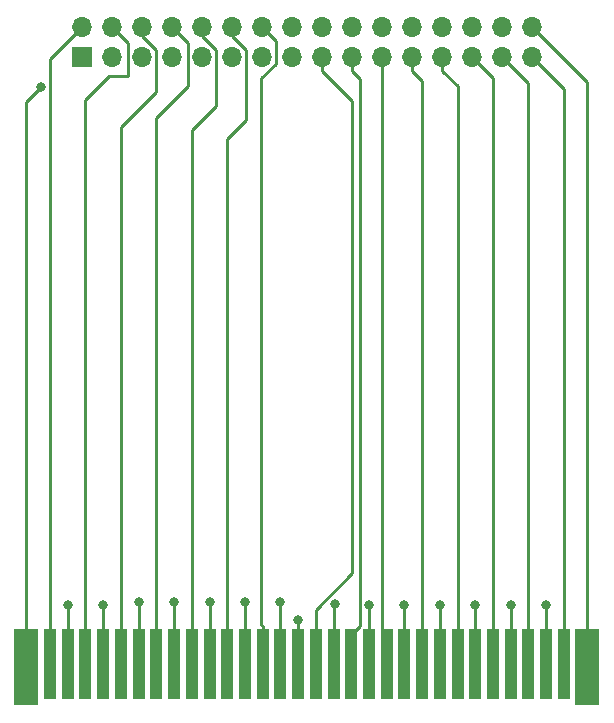
<source format=gtl>
G04 #@! TF.GenerationSoftware,KiCad,Pcbnew,(5.1.4)-1*
G04 #@! TF.CreationDate,2019-09-21T23:03:51-04:00*
G04 #@! TF.ProjectId,GameBoyCartridgeBreakout,47616d65-426f-4794-9361-727472696467,rev?*
G04 #@! TF.SameCoordinates,Original*
G04 #@! TF.FileFunction,Copper,L1,Top*
G04 #@! TF.FilePolarity,Positive*
%FSLAX46Y46*%
G04 Gerber Fmt 4.6, Leading zero omitted, Abs format (unit mm)*
G04 Created by KiCad (PCBNEW (5.1.4)-1) date 2019-09-21 23:03:51*
%MOMM*%
%LPD*%
G04 APERTURE LIST*
%ADD10R,2.000000X6.500000*%
%ADD11R,1.000000X6.000000*%
%ADD12R,1.700000X1.700000*%
%ADD13O,1.700000X1.700000*%
%ADD14C,0.800000*%
%ADD15C,0.250000*%
G04 APERTURE END LIST*
D10*
X173750000Y-100250000D03*
D11*
X171750000Y-100000000D03*
X170250000Y-100000000D03*
X168750000Y-100000000D03*
X167250000Y-100000000D03*
X165750000Y-100000000D03*
X164250000Y-100000000D03*
X162750000Y-100000000D03*
X161250000Y-100000000D03*
X159750000Y-100000000D03*
X158250000Y-100000000D03*
X156750000Y-100000000D03*
X155250000Y-100000000D03*
X153750000Y-100000000D03*
X152250000Y-100000000D03*
X150750000Y-100000000D03*
X149250000Y-100000000D03*
X147750000Y-100000000D03*
X146250000Y-100000000D03*
X144750000Y-100000000D03*
X143250000Y-100000000D03*
X141750000Y-100000000D03*
X140250000Y-100000000D03*
X138750000Y-100000000D03*
X137250000Y-100000000D03*
X135750000Y-100000000D03*
X134250000Y-100000000D03*
X132750000Y-100000000D03*
X131250000Y-100000000D03*
X129750000Y-100000000D03*
X128250000Y-100000000D03*
D10*
X126250000Y-100250000D03*
D12*
X130950000Y-48540000D03*
D13*
X130950000Y-46000000D03*
X133490000Y-48540000D03*
X133490000Y-46000000D03*
X136030000Y-48540000D03*
X136030000Y-46000000D03*
X138570000Y-48540000D03*
X138570000Y-46000000D03*
X141110000Y-48540000D03*
X141110000Y-46000000D03*
X143650000Y-48540000D03*
X143650000Y-46000000D03*
X146190000Y-48540000D03*
X146190000Y-46000000D03*
X148730000Y-48540000D03*
X148730000Y-46000000D03*
X151270000Y-48540000D03*
X151270000Y-46000000D03*
X153810000Y-48540000D03*
X153810000Y-46000000D03*
X156350000Y-48540000D03*
X156350000Y-46000000D03*
X158890000Y-48540000D03*
X158890000Y-46000000D03*
X161430000Y-48540000D03*
X161430000Y-46000000D03*
X163970000Y-48540000D03*
X163970000Y-46000000D03*
X166510000Y-48540000D03*
X166510000Y-46000000D03*
X169050000Y-48540000D03*
X169050000Y-46000000D03*
D14*
X127500000Y-51100000D03*
X129750000Y-94950000D03*
X132725000Y-94950000D03*
X135750000Y-94750000D03*
X138750000Y-94750000D03*
X141750000Y-94750000D03*
X144750000Y-94750000D03*
X147750000Y-94750000D03*
X149250000Y-96250000D03*
X152350000Y-94875000D03*
X155250000Y-95000000D03*
X158250000Y-95000000D03*
X161250000Y-95000000D03*
X164250000Y-95000000D03*
X167250000Y-95000000D03*
X170250000Y-95000000D03*
D15*
X126250000Y-100250000D02*
X126250000Y-52350000D01*
X126250000Y-52350000D02*
X127500000Y-51100000D01*
X128250000Y-48700000D02*
X128250000Y-100000000D01*
X130950000Y-46000000D02*
X128250000Y-48700000D01*
X129750000Y-100000000D02*
X129750000Y-96750000D01*
X129750000Y-96750000D02*
X129750000Y-94950000D01*
X134854999Y-47364999D02*
X134854999Y-50195001D01*
X133490000Y-46000000D02*
X134854999Y-47364999D01*
X134854999Y-50195001D02*
X133279999Y-50195001D01*
X131250000Y-52225000D02*
X131250000Y-100000000D01*
X133279999Y-50195001D02*
X131250000Y-52225000D01*
X132750000Y-96750000D02*
X132725000Y-96725000D01*
X132750000Y-100000000D02*
X132750000Y-96750000D01*
X132725000Y-96725000D02*
X132725000Y-94950000D01*
X137205001Y-47975999D02*
X137205001Y-51544999D01*
X136030000Y-46000000D02*
X136030000Y-46800998D01*
X136030000Y-46800998D02*
X137205001Y-47975999D01*
X137205001Y-51544999D02*
X134250000Y-54500000D01*
X134250000Y-54500000D02*
X134250000Y-100000000D01*
X135750000Y-100000000D02*
X135750000Y-95000000D01*
X135750000Y-95000000D02*
X135750000Y-94750000D01*
X139934999Y-47364999D02*
X139934999Y-51065001D01*
X138570000Y-46000000D02*
X139934999Y-47364999D01*
X137250000Y-53750000D02*
X137250000Y-100000000D01*
X139934999Y-51065001D02*
X137250000Y-53750000D01*
X138750000Y-100000000D02*
X138750000Y-94750000D01*
X142285001Y-47975999D02*
X142285001Y-52714999D01*
X141110000Y-46000000D02*
X141110000Y-46800998D01*
X141110000Y-46800998D02*
X142285001Y-47975999D01*
X142285001Y-52714999D02*
X140250000Y-54750000D01*
X140250000Y-54750000D02*
X140250000Y-100000000D01*
X141750000Y-100000000D02*
X141750000Y-94750000D01*
X144825001Y-47975999D02*
X144825001Y-53924999D01*
X143650000Y-46000000D02*
X143650000Y-46800998D01*
X143650000Y-46800998D02*
X144825001Y-47975999D01*
X144825001Y-53924999D02*
X143250000Y-55500000D01*
X143250000Y-97000000D02*
X143250000Y-100000000D01*
X143250000Y-55500000D02*
X143250000Y-97000000D01*
X144750000Y-100000000D02*
X144750000Y-94750000D01*
X146250000Y-96750000D02*
X146250000Y-100000000D01*
X146146993Y-96646993D02*
X146250000Y-96750000D01*
X146146993Y-50353007D02*
X146146993Y-96646993D01*
X147365001Y-49134999D02*
X146146993Y-50353007D01*
X147365001Y-47175001D02*
X147365001Y-49134999D01*
X146190000Y-46000000D02*
X147365001Y-47175001D01*
X147750000Y-100000000D02*
X147750000Y-94750000D01*
X149250000Y-100000000D02*
X149250000Y-96250000D01*
X150750000Y-96750000D02*
X150750000Y-100000000D01*
X150750000Y-95401998D02*
X150750000Y-96750000D01*
X153853006Y-92298992D02*
X150750000Y-95401998D01*
X153853006Y-52325087D02*
X153853006Y-92298992D01*
X151270000Y-49742081D02*
X153853006Y-52325087D01*
X151270000Y-48540000D02*
X151270000Y-49742081D01*
X152250000Y-100000000D02*
X152250000Y-94975000D01*
X152250000Y-94975000D02*
X152350000Y-94875000D01*
X153750000Y-97500000D02*
X153750000Y-100000000D01*
X154500000Y-96750000D02*
X153750000Y-97500000D01*
X154500000Y-50432081D02*
X154500000Y-96750000D01*
X153810000Y-49742081D02*
X154500000Y-50432081D01*
X153810000Y-48540000D02*
X153810000Y-49742081D01*
X155250000Y-100000000D02*
X155250000Y-95000000D01*
X156350000Y-99600000D02*
X156750000Y-100000000D01*
X156350000Y-48540000D02*
X156350000Y-99600000D01*
X158250000Y-100000000D02*
X158250000Y-95000000D01*
X159750000Y-96750000D02*
X159750000Y-100000000D01*
X159750000Y-50602081D02*
X159750000Y-96750000D01*
X158890000Y-49742081D02*
X159750000Y-50602081D01*
X158890000Y-48540000D02*
X158890000Y-49742081D01*
X161250000Y-100000000D02*
X161250000Y-95000000D01*
X162750000Y-96750000D02*
X162750000Y-100000000D01*
X162750000Y-51062081D02*
X162750000Y-96750000D01*
X161430000Y-49742081D02*
X162750000Y-51062081D01*
X161430000Y-48540000D02*
X161430000Y-49742081D01*
X164250000Y-100000000D02*
X164250000Y-95000000D01*
X165750000Y-50320000D02*
X165750000Y-100000000D01*
X163970000Y-48540000D02*
X165750000Y-50320000D01*
X167250000Y-100000000D02*
X167250000Y-95000000D01*
X168750000Y-50780000D02*
X168750000Y-100000000D01*
X166510000Y-48540000D02*
X168750000Y-50780000D01*
X170250000Y-100000000D02*
X170250000Y-95000000D01*
X171750000Y-51240000D02*
X171750000Y-100000000D01*
X169050000Y-48540000D02*
X171750000Y-51240000D01*
X173750000Y-50700000D02*
X169050000Y-46000000D01*
X173750000Y-100250000D02*
X173750000Y-50700000D01*
M02*

</source>
